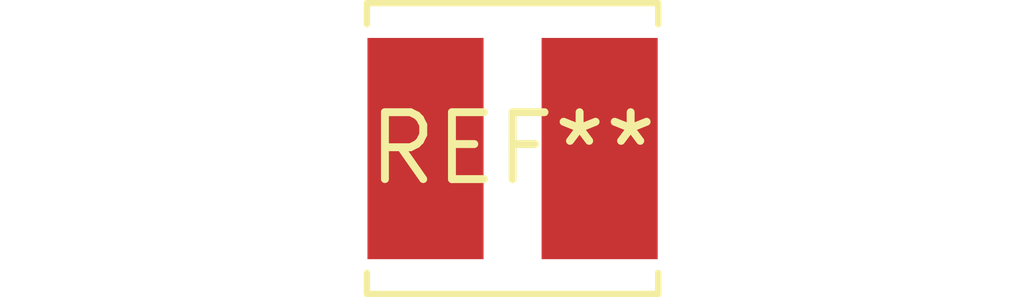
<source format=kicad_pcb>
(kicad_pcb (version 20240108) (generator pcbnew)
  (layers (0 "F.Cu" signal) (31 "B.Cu" signal) (34 "B.Paste" user) (35 "F.Paste" user) (36 "B.SilkS" user "B.Silkscreen") (37 "F.SilkS" user "F.Silkscreen") (38 "B.Mask" user) (39 "F.Mask" user) (44 "Edge.Cuts" user))
  (net 0 "")
  (footprint "L_Cenker_CKCS5040" (layer "F.Cu") (at 0 0)
    (property "Reference" "REF**")
    (property "Value" "L_Cenker_CKCS5040")
    (fp_line (start -2.76 -2.76) (end -2.76 -2.36) (layer "F.SilkS") (stroke (width 0.12)))
    (fp_line (start -2.76 -2.76) (end 2.76 -2.76) (layer "F.SilkS") (stroke (width 0.12)))
    (fp_line (start -2.76 2.76) (end -2.76 2.36) (layer "F.SilkS") (stroke (width 0.12)))
    (fp_line (start -2.76 2.76) (end 2.76 2.76) (layer "F.SilkS") (stroke (width 0.12)))
    (fp_line (start 2.76 -2.76) (end 2.76 -2.36) (layer "F.SilkS") (stroke (width 0.12)))
    (fp_line (start 2.76 2.76) (end 2.76 2.36) (layer "F.SilkS") (stroke (width 0.12)))
    (pad "1" smd rect (at -1.65 0) (size 2.2 4.2) (layers "F.Cu" "F.Paste" "F.Mask"))
    (pad "2" smd rect (at 1.65 0) (size 2.2 4.2) (layers "F.Cu" "F.Paste" "F.Mask"))
  )
)
</source>
